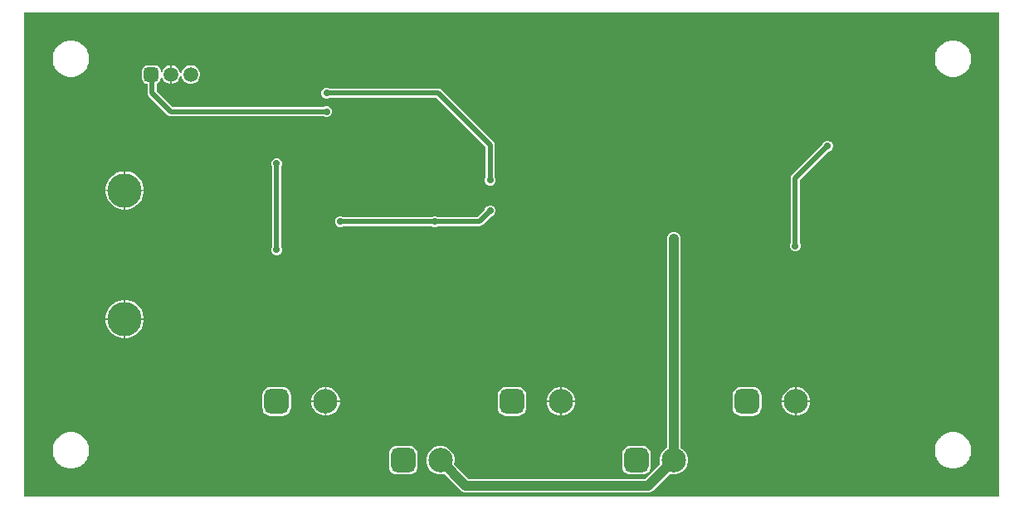
<source format=gbl>
G04*
G04 #@! TF.GenerationSoftware,Altium Limited,Altium Designer,23.4.1 (23)*
G04*
G04 Layer_Physical_Order=2*
G04 Layer_Color=16711680*
%FSLAX44Y44*%
%MOMM*%
G71*
G04*
G04 #@! TF.SameCoordinates,36EB4F1C-18F9-40B5-A6F6-03420B47F260*
G04*
G04*
G04 #@! TF.FilePolarity,Positive*
G04*
G01*
G75*
%ADD48C,0.5000*%
%ADD49C,1.0000*%
G04:AMPARAMS|DCode=50|XSize=1.5mm|YSize=1.5mm|CornerRadius=0.375mm|HoleSize=0mm|Usage=FLASHONLY|Rotation=180.000|XOffset=0mm|YOffset=0mm|HoleType=Round|Shape=RoundedRectangle|*
%AMROUNDEDRECTD50*
21,1,1.5000,0.7500,0,0,180.0*
21,1,0.7500,1.5000,0,0,180.0*
1,1,0.7500,-0.3750,0.3750*
1,1,0.7500,0.3750,0.3750*
1,1,0.7500,0.3750,-0.3750*
1,1,0.7500,-0.3750,-0.3750*
%
%ADD50ROUNDEDRECTD50*%
%ADD51C,1.5000*%
G04:AMPARAMS|DCode=52|XSize=2.5mm|YSize=2.5mm|CornerRadius=0.625mm|HoleSize=0mm|Usage=FLASHONLY|Rotation=90.000|XOffset=0mm|YOffset=0mm|HoleType=Round|Shape=RoundedRectangle|*
%AMROUNDEDRECTD52*
21,1,2.5000,1.2500,0,0,90.0*
21,1,1.2500,2.5000,0,0,90.0*
1,1,1.2500,0.6250,0.6250*
1,1,1.2500,0.6250,-0.6250*
1,1,1.2500,-0.6250,-0.6250*
1,1,1.2500,-0.6250,0.6250*
%
%ADD52ROUNDEDRECTD52*%
%ADD53C,2.5000*%
%ADD54C,3.5000*%
%ADD55C,0.7000*%
G36*
X997515Y2612D02*
X2612D01*
Y497515D01*
X997515D01*
Y2612D01*
D02*
G37*
%LPC*%
G36*
X173401Y443500D02*
X170899D01*
X168483Y442853D01*
X166317Y441602D01*
X164548Y439833D01*
X163297Y437667D01*
X162807Y435838D01*
X161493D01*
X161003Y437667D01*
X159752Y439833D01*
X157983Y441602D01*
X155817Y442853D01*
X153401Y443500D01*
X152900D01*
Y434000D01*
Y424500D01*
X153401D01*
X155817Y425147D01*
X157983Y426398D01*
X159752Y428167D01*
X161003Y430333D01*
X161493Y432162D01*
X162807D01*
X163297Y430333D01*
X164548Y428167D01*
X166317Y426398D01*
X168483Y425147D01*
X170899Y424500D01*
X173401D01*
X175817Y425147D01*
X177983Y426398D01*
X179752Y428167D01*
X181003Y430333D01*
X181650Y432749D01*
Y435251D01*
X181003Y437667D01*
X179752Y439833D01*
X177983Y441602D01*
X175817Y442853D01*
X173401Y443500D01*
D02*
G37*
G36*
X951639Y468613D02*
X948488D01*
X948241Y468563D01*
X947990D01*
X944899Y467949D01*
X944667Y467853D01*
X944421Y467804D01*
X941509Y466597D01*
X941301Y466458D01*
X941068Y466362D01*
X938448Y464611D01*
X938270Y464433D01*
X938062Y464294D01*
X935833Y462065D01*
X935694Y461856D01*
X935516Y461679D01*
X933765Y459058D01*
X933669Y458826D01*
X933530Y458618D01*
X932323Y455706D01*
X932274Y455460D01*
X932178Y455228D01*
X931563Y452137D01*
Y451886D01*
X931515Y451639D01*
Y448488D01*
X931563Y448241D01*
Y447990D01*
X932178Y444899D01*
X932274Y444667D01*
X932323Y444421D01*
X933530Y441509D01*
X933669Y441301D01*
X933765Y441068D01*
X935516Y438448D01*
X935694Y438270D01*
X935833Y438062D01*
X938062Y435833D01*
X938270Y435694D01*
X938448Y435516D01*
X941068Y433765D01*
X941301Y433669D01*
X941509Y433530D01*
X944421Y432323D01*
X944667Y432274D01*
X944899Y432178D01*
X947990Y431563D01*
X948241D01*
X948488Y431515D01*
X951639D01*
X951886Y431563D01*
X952137D01*
X955228Y432178D01*
X955460Y432274D01*
X955706Y432323D01*
X958618Y433530D01*
X958827Y433669D01*
X959058Y433765D01*
X961679Y435516D01*
X961857Y435694D01*
X962065Y435833D01*
X964294Y438062D01*
X964433Y438270D01*
X964611Y438448D01*
X966362Y441068D01*
X966458Y441301D01*
X966597Y441509D01*
X967803Y444421D01*
X967852Y444667D01*
X967949Y444899D01*
X968564Y447990D01*
Y448242D01*
X968612Y448488D01*
Y451639D01*
X968564Y451885D01*
Y452137D01*
X967949Y455228D01*
X967852Y455460D01*
X967803Y455706D01*
X966597Y458618D01*
X966458Y458826D01*
X966362Y459058D01*
X964611Y461679D01*
X964433Y461857D01*
X964294Y462065D01*
X962065Y464294D01*
X961857Y464433D01*
X961679Y464611D01*
X959058Y466362D01*
X958826Y466458D01*
X958618Y466597D01*
X955706Y467804D01*
X955460Y467853D01*
X955228Y467949D01*
X952137Y468563D01*
X951886D01*
X951639Y468613D01*
D02*
G37*
G36*
X51639D02*
X48488D01*
X48242Y468563D01*
X47990D01*
X44899Y467949D01*
X44667Y467853D01*
X44421Y467804D01*
X41509Y466597D01*
X41301Y466458D01*
X41069Y466362D01*
X38448Y464611D01*
X38270Y464433D01*
X38062Y464294D01*
X35833Y462065D01*
X35694Y461856D01*
X35516Y461679D01*
X33765Y459058D01*
X33669Y458826D01*
X33530Y458618D01*
X32323Y455706D01*
X32274Y455460D01*
X32178Y455228D01*
X31563Y452137D01*
Y451886D01*
X31514Y451639D01*
Y448488D01*
X31563Y448241D01*
Y447990D01*
X32178Y444899D01*
X32274Y444667D01*
X32323Y444421D01*
X33530Y441509D01*
X33669Y441301D01*
X33765Y441068D01*
X35516Y438448D01*
X35694Y438270D01*
X35833Y438062D01*
X38062Y435833D01*
X38270Y435694D01*
X38448Y435516D01*
X41069Y433765D01*
X41301Y433669D01*
X41509Y433530D01*
X44421Y432323D01*
X44667Y432274D01*
X44899Y432178D01*
X47990Y431563D01*
X48241D01*
X48488Y431515D01*
X51639D01*
X51886Y431563D01*
X52137D01*
X55228Y432178D01*
X55460Y432274D01*
X55706Y432323D01*
X58618Y433530D01*
X58826Y433669D01*
X59058Y433765D01*
X61679Y435516D01*
X61857Y435694D01*
X62065Y435833D01*
X64294Y438062D01*
X64433Y438270D01*
X64611Y438448D01*
X66362Y441068D01*
X66458Y441301D01*
X66597Y441509D01*
X67804Y444421D01*
X67853Y444667D01*
X67949Y444899D01*
X68563Y447990D01*
Y448242D01*
X68612Y448488D01*
Y451639D01*
X68563Y451885D01*
Y452137D01*
X67949Y455228D01*
X67853Y455460D01*
X67804Y455706D01*
X66597Y458618D01*
X66458Y458826D01*
X66362Y459058D01*
X64611Y461679D01*
X64433Y461857D01*
X64294Y462065D01*
X62065Y464294D01*
X61856Y464433D01*
X61679Y464611D01*
X59058Y466362D01*
X58826Y466458D01*
X58618Y466597D01*
X55706Y467804D01*
X55460Y467853D01*
X55228Y467949D01*
X52137Y468563D01*
X51885D01*
X51639Y468613D01*
D02*
G37*
G36*
X135900Y443613D02*
X128400D01*
X126157Y443166D01*
X124255Y441895D01*
X122984Y439994D01*
X122537Y437750D01*
Y430250D01*
X122984Y428007D01*
X124255Y426105D01*
X126157Y424834D01*
X128312Y424405D01*
Y415100D01*
X128661Y413344D01*
X129656Y411856D01*
X148756Y392756D01*
X150244Y391761D01*
X152000Y391412D01*
X307810D01*
X307885Y391337D01*
X309906Y390500D01*
X312094D01*
X314116Y391337D01*
X315663Y392884D01*
X316500Y394906D01*
Y397094D01*
X315663Y399115D01*
X314116Y400663D01*
X312094Y401500D01*
X309906D01*
X307885Y400663D01*
X307810Y400588D01*
X153900D01*
X137488Y417001D01*
Y424703D01*
X138144Y424834D01*
X140045Y426105D01*
X141316Y428007D01*
X141763Y430250D01*
Y431154D01*
X143033Y431321D01*
X143297Y430333D01*
X144548Y428167D01*
X146317Y426398D01*
X148483Y425147D01*
X150899Y424500D01*
X151400D01*
Y434000D01*
Y443500D01*
X150899D01*
X148483Y442853D01*
X146317Y441602D01*
X144548Y439833D01*
X143297Y437667D01*
X143033Y436679D01*
X141763Y436846D01*
Y437750D01*
X141316Y439994D01*
X140045Y441895D01*
X138144Y443166D01*
X135900Y443613D01*
D02*
G37*
G36*
X312094Y420500D02*
X309906D01*
X307885Y419663D01*
X306337Y418116D01*
X305500Y416094D01*
Y413906D01*
X306337Y411884D01*
X307885Y410337D01*
X309906Y409500D01*
X312094D01*
X314116Y410337D01*
X314190Y410412D01*
X423100D01*
X473412Y360099D01*
Y329190D01*
X473337Y329115D01*
X472500Y327094D01*
Y324906D01*
X473337Y322884D01*
X474884Y321337D01*
X476906Y320500D01*
X479094D01*
X481115Y321337D01*
X482663Y322884D01*
X483500Y324906D01*
Y327094D01*
X482663Y329115D01*
X482588Y329190D01*
Y362000D01*
X482239Y363756D01*
X481244Y365244D01*
X481244Y365244D01*
X428244Y418244D01*
X426756Y419239D01*
X425000Y419588D01*
X314190D01*
X314116Y419663D01*
X312094Y420500D01*
D02*
G37*
G36*
X106921Y335200D02*
X105750D01*
Y316450D01*
X124500D01*
Y317621D01*
X123751Y321388D01*
X122281Y324937D01*
X120147Y328130D01*
X117430Y330847D01*
X114237Y332981D01*
X110688Y334451D01*
X106921Y335200D01*
D02*
G37*
G36*
X104250D02*
X103079D01*
X99312Y334451D01*
X95763Y332981D01*
X92570Y330847D01*
X89853Y328130D01*
X87719Y324937D01*
X86249Y321388D01*
X85500Y317621D01*
Y316450D01*
X104250D01*
Y335200D01*
D02*
G37*
G36*
X124500Y314950D02*
X105750D01*
Y296200D01*
X106921D01*
X110688Y296949D01*
X114237Y298419D01*
X117430Y300553D01*
X120147Y303270D01*
X122281Y306463D01*
X123751Y310012D01*
X124500Y313779D01*
Y314950D01*
D02*
G37*
G36*
X104250D02*
X85500D01*
Y313779D01*
X86249Y310012D01*
X87719Y306463D01*
X89853Y303270D01*
X92570Y300553D01*
X95763Y298419D01*
X99312Y296949D01*
X103079Y296200D01*
X104250D01*
Y314950D01*
D02*
G37*
G36*
X479094Y300500D02*
X476906D01*
X474884Y299663D01*
X473337Y298116D01*
X472500Y296094D01*
Y295989D01*
X465005Y288494D01*
X424690D01*
X424616Y288569D01*
X422594Y289406D01*
X420406D01*
X418385Y288569D01*
X418310Y288494D01*
X328284D01*
X328116Y288663D01*
X326094Y289500D01*
X323906D01*
X321884Y288663D01*
X320337Y287115D01*
X319500Y285094D01*
Y282906D01*
X320337Y280884D01*
X321884Y279337D01*
X323906Y278500D01*
X326094D01*
X328068Y279318D01*
X418310D01*
X418385Y279243D01*
X420406Y278406D01*
X422594D01*
X424616Y279243D01*
X424690Y279318D01*
X466906D01*
X468662Y279667D01*
X470150Y280662D01*
X478989Y289500D01*
X479094D01*
X481115Y290337D01*
X482663Y291884D01*
X483500Y293906D01*
Y296094D01*
X482663Y298116D01*
X481115Y299663D01*
X479094Y300500D01*
D02*
G37*
G36*
X823094Y366500D02*
X820906D01*
X818885Y365663D01*
X817337Y364115D01*
X816500Y362094D01*
Y361989D01*
X785756Y331244D01*
X784761Y329756D01*
X784412Y328000D01*
Y262190D01*
X784337Y262115D01*
X783500Y260094D01*
Y257906D01*
X784337Y255884D01*
X785884Y254337D01*
X787906Y253500D01*
X790094D01*
X792115Y254337D01*
X793663Y255884D01*
X794500Y257906D01*
Y260094D01*
X793663Y262115D01*
X793588Y262190D01*
Y326100D01*
X822989Y355500D01*
X823094D01*
X825116Y356337D01*
X826663Y357884D01*
X827500Y359906D01*
Y362094D01*
X826663Y364115D01*
X825116Y365663D01*
X823094Y366500D01*
D02*
G37*
G36*
X261094Y348500D02*
X258906D01*
X256884Y347663D01*
X255337Y346115D01*
X254500Y344094D01*
Y341906D01*
X255337Y339884D01*
X255412Y339810D01*
Y258190D01*
X255337Y258116D01*
X254500Y256094D01*
Y253906D01*
X255337Y251884D01*
X256884Y250337D01*
X258906Y249500D01*
X261094D01*
X263116Y250337D01*
X264663Y251884D01*
X265500Y253906D01*
Y256094D01*
X264663Y258116D01*
X264588Y258190D01*
Y339810D01*
X264663Y339884D01*
X265500Y341906D01*
Y344094D01*
X264663Y346115D01*
X263116Y347663D01*
X261094Y348500D01*
D02*
G37*
G36*
X106921Y203800D02*
X105750D01*
Y185050D01*
X124500D01*
Y186221D01*
X123751Y189988D01*
X122281Y193537D01*
X120147Y196730D01*
X117430Y199447D01*
X114237Y201581D01*
X110688Y203051D01*
X106921Y203800D01*
D02*
G37*
G36*
X104250D02*
X103079D01*
X99312Y203051D01*
X95763Y201581D01*
X92570Y199447D01*
X89853Y196730D01*
X87719Y193537D01*
X86249Y189988D01*
X85500Y186221D01*
Y185050D01*
X104250D01*
Y203800D01*
D02*
G37*
G36*
X124500Y183550D02*
X105750D01*
Y164800D01*
X106921D01*
X110688Y165549D01*
X114237Y167019D01*
X117430Y169153D01*
X120147Y171870D01*
X122281Y175063D01*
X123751Y178612D01*
X124500Y182379D01*
Y183550D01*
D02*
G37*
G36*
X104250D02*
X85500D01*
Y182379D01*
X86249Y178612D01*
X87719Y175063D01*
X89853Y171870D01*
X92570Y169153D01*
X95763Y167019D01*
X99312Y165549D01*
X103079Y164800D01*
X104250D01*
Y183550D01*
D02*
G37*
G36*
X791909Y114501D02*
X790750D01*
Y100751D01*
X804500D01*
Y101910D01*
X803512Y105598D01*
X801603Y108904D01*
X798903Y111604D01*
X795597Y113513D01*
X791909Y114501D01*
D02*
G37*
G36*
X789250D02*
X788091D01*
X784403Y113513D01*
X781097Y111604D01*
X778397Y108904D01*
X776488Y105598D01*
X775500Y101910D01*
Y100751D01*
X789250D01*
Y114501D01*
D02*
G37*
G36*
X551909D02*
X550750D01*
Y100751D01*
X564500D01*
Y101910D01*
X563512Y105598D01*
X561603Y108904D01*
X558903Y111604D01*
X555597Y113513D01*
X551909Y114501D01*
D02*
G37*
G36*
X549250D02*
X548091D01*
X544403Y113513D01*
X541097Y111604D01*
X538397Y108904D01*
X536488Y105598D01*
X535500Y101910D01*
Y100751D01*
X549250D01*
Y114501D01*
D02*
G37*
G36*
X311909Y114500D02*
X310750D01*
Y100750D01*
X324500D01*
Y101909D01*
X323512Y105597D01*
X321603Y108903D01*
X318903Y111603D01*
X315597Y113512D01*
X311909Y114500D01*
D02*
G37*
G36*
X309250D02*
X308091D01*
X304403Y113512D01*
X301097Y111603D01*
X298397Y108903D01*
X296488Y105597D01*
X295500Y101909D01*
Y100750D01*
X309250D01*
Y114500D01*
D02*
G37*
G36*
X804500Y99251D02*
X790750D01*
Y85501D01*
X791909D01*
X795597Y86489D01*
X798903Y88398D01*
X801603Y91098D01*
X803512Y94404D01*
X804500Y98092D01*
Y99251D01*
D02*
G37*
G36*
X789250D02*
X775500D01*
Y98092D01*
X776488Y94404D01*
X778397Y91098D01*
X781097Y88398D01*
X784403Y86489D01*
X788091Y85501D01*
X789250D01*
Y99251D01*
D02*
G37*
G36*
X564500Y99251D02*
X550750D01*
Y85501D01*
X551909D01*
X555597Y86489D01*
X558903Y88398D01*
X561603Y91098D01*
X563512Y94404D01*
X564500Y98092D01*
Y99251D01*
D02*
G37*
G36*
X549250D02*
X535500D01*
Y98092D01*
X536488Y94404D01*
X538397Y91098D01*
X541097Y88398D01*
X544403Y86489D01*
X548091Y85501D01*
X549250D01*
Y99251D01*
D02*
G37*
G36*
X324500Y99250D02*
X310750D01*
Y85500D01*
X311909D01*
X315597Y86488D01*
X318903Y88397D01*
X321603Y91097D01*
X323512Y94403D01*
X324500Y98091D01*
Y99250D01*
D02*
G37*
G36*
X309250D02*
X295500D01*
Y98091D01*
X296488Y94403D01*
X298397Y91097D01*
X301097Y88397D01*
X304403Y86488D01*
X308091Y85500D01*
X309250D01*
Y99250D01*
D02*
G37*
G36*
X746250Y114572D02*
X733750D01*
X731596Y114289D01*
X729589Y113457D01*
X727866Y112135D01*
X726544Y110412D01*
X725712Y108405D01*
X725429Y106251D01*
Y93751D01*
X725712Y91597D01*
X726544Y89590D01*
X727866Y87867D01*
X729589Y86545D01*
X731596Y85713D01*
X733750Y85430D01*
X746250D01*
X748404Y85713D01*
X750411Y86545D01*
X752134Y87867D01*
X753456Y89590D01*
X754288Y91597D01*
X754571Y93751D01*
Y106251D01*
X754288Y108405D01*
X753456Y110412D01*
X752134Y112135D01*
X750411Y113457D01*
X748404Y114289D01*
X746250Y114572D01*
D02*
G37*
G36*
X506250D02*
X493750D01*
X491596Y114289D01*
X489589Y113457D01*
X487866Y112135D01*
X486544Y110412D01*
X485712Y108405D01*
X485429Y106251D01*
Y93751D01*
X485712Y91597D01*
X486544Y89590D01*
X487866Y87867D01*
X489589Y86545D01*
X491596Y85713D01*
X493750Y85430D01*
X506250D01*
X508404Y85713D01*
X510411Y86545D01*
X512134Y87867D01*
X513456Y89590D01*
X514288Y91597D01*
X514571Y93751D01*
Y106251D01*
X514288Y108405D01*
X513456Y110412D01*
X512134Y112135D01*
X510411Y113457D01*
X508404Y114289D01*
X506250Y114572D01*
D02*
G37*
G36*
X266250Y114571D02*
X253750D01*
X251596Y114288D01*
X249589Y113456D01*
X247866Y112134D01*
X246544Y110411D01*
X245712Y108404D01*
X245429Y106250D01*
Y93750D01*
X245712Y91596D01*
X246544Y89589D01*
X247866Y87866D01*
X249589Y86544D01*
X251596Y85712D01*
X253750Y85429D01*
X266250D01*
X268404Y85712D01*
X270411Y86544D01*
X272134Y87866D01*
X273456Y89589D01*
X274288Y91596D01*
X274571Y93750D01*
Y106250D01*
X274288Y108404D01*
X273456Y110411D01*
X272134Y112134D01*
X270411Y113456D01*
X268404Y114288D01*
X266250Y114571D01*
D02*
G37*
G36*
X951639Y68612D02*
X948488D01*
X948241Y68563D01*
X947990D01*
X944899Y67949D01*
X944667Y67853D01*
X944421Y67804D01*
X941509Y66597D01*
X941301Y66458D01*
X941068Y66362D01*
X938448Y64611D01*
X938270Y64433D01*
X938062Y64294D01*
X935833Y62065D01*
X935694Y61856D01*
X935516Y61679D01*
X933765Y59058D01*
X933669Y58826D01*
X933530Y58618D01*
X932323Y55706D01*
X932274Y55460D01*
X932178Y55228D01*
X931563Y52137D01*
Y51886D01*
X931515Y51639D01*
Y48488D01*
X931563Y48241D01*
Y47990D01*
X932178Y44899D01*
X932274Y44667D01*
X932323Y44421D01*
X933530Y41509D01*
X933669Y41301D01*
X933765Y41069D01*
X935516Y38448D01*
X935694Y38270D01*
X935833Y38062D01*
X938062Y35833D01*
X938270Y35694D01*
X938448Y35516D01*
X941068Y33765D01*
X941301Y33669D01*
X941509Y33530D01*
X944421Y32323D01*
X944667Y32274D01*
X944899Y32178D01*
X947990Y31563D01*
X948241D01*
X948488Y31514D01*
X951639D01*
X951886Y31563D01*
X952137D01*
X955228Y32178D01*
X955460Y32274D01*
X955706Y32323D01*
X958618Y33530D01*
X958827Y33669D01*
X959058Y33765D01*
X961679Y35516D01*
X961857Y35694D01*
X962065Y35833D01*
X964294Y38062D01*
X964433Y38270D01*
X964611Y38448D01*
X966362Y41069D01*
X966458Y41301D01*
X966597Y41509D01*
X967803Y44421D01*
X967852Y44667D01*
X967949Y44899D01*
X968564Y47990D01*
Y48242D01*
X968612Y48488D01*
Y51639D01*
X968564Y51885D01*
Y52137D01*
X967949Y55228D01*
X967852Y55460D01*
X967803Y55706D01*
X966597Y58618D01*
X966458Y58826D01*
X966362Y59058D01*
X964611Y61679D01*
X964433Y61857D01*
X964294Y62065D01*
X962065Y64294D01*
X961857Y64433D01*
X961679Y64611D01*
X959058Y66362D01*
X958826Y66458D01*
X958618Y66597D01*
X955706Y67804D01*
X955460Y67853D01*
X955228Y67949D01*
X952137Y68563D01*
X951886D01*
X951639Y68612D01*
D02*
G37*
G36*
X51639D02*
X48488D01*
X48242Y68563D01*
X47990D01*
X44899Y67949D01*
X44667Y67853D01*
X44421Y67804D01*
X41509Y66597D01*
X41301Y66458D01*
X41069Y66362D01*
X38448Y64611D01*
X38270Y64433D01*
X38062Y64294D01*
X35833Y62065D01*
X35694Y61856D01*
X35516Y61679D01*
X33765Y59058D01*
X33669Y58826D01*
X33530Y58618D01*
X32323Y55706D01*
X32274Y55460D01*
X32178Y55228D01*
X31563Y52137D01*
Y51886D01*
X31514Y51639D01*
Y48488D01*
X31563Y48241D01*
Y47990D01*
X32178Y44899D01*
X32274Y44667D01*
X32323Y44421D01*
X33530Y41509D01*
X33669Y41301D01*
X33765Y41069D01*
X35516Y38448D01*
X35694Y38270D01*
X35833Y38062D01*
X38062Y35833D01*
X38270Y35694D01*
X38448Y35516D01*
X41069Y33765D01*
X41301Y33669D01*
X41509Y33530D01*
X44421Y32323D01*
X44667Y32274D01*
X44899Y32178D01*
X47990Y31563D01*
X48241D01*
X48488Y31514D01*
X51639D01*
X51886Y31563D01*
X52137D01*
X55228Y32178D01*
X55460Y32274D01*
X55706Y32323D01*
X58618Y33530D01*
X58826Y33669D01*
X59058Y33765D01*
X61679Y35516D01*
X61857Y35694D01*
X62065Y35833D01*
X64294Y38062D01*
X64433Y38270D01*
X64611Y38448D01*
X66362Y41069D01*
X66458Y41301D01*
X66597Y41509D01*
X67804Y44421D01*
X67853Y44667D01*
X67949Y44899D01*
X68563Y47990D01*
Y48242D01*
X68612Y48488D01*
Y51639D01*
X68563Y51885D01*
Y52137D01*
X67949Y55228D01*
X67853Y55460D01*
X67804Y55706D01*
X66597Y58618D01*
X66458Y58826D01*
X66362Y59058D01*
X64611Y61679D01*
X64433Y61857D01*
X64294Y62065D01*
X62065Y64294D01*
X61856Y64433D01*
X61679Y64611D01*
X59058Y66362D01*
X58826Y66458D01*
X58618Y66597D01*
X55706Y67804D01*
X55460Y67853D01*
X55228Y67949D01*
X52137Y68563D01*
X51885D01*
X51639Y68612D01*
D02*
G37*
G36*
X633250Y54571D02*
X620750D01*
X618596Y54288D01*
X616589Y53456D01*
X614866Y52134D01*
X613544Y50411D01*
X612712Y48404D01*
X612429Y46250D01*
Y33750D01*
X612712Y31596D01*
X613544Y29589D01*
X614866Y27866D01*
X616589Y26544D01*
X618596Y25712D01*
X620750Y25429D01*
X633250D01*
X635404Y25712D01*
X637411Y26544D01*
X639134Y27866D01*
X640456Y29589D01*
X641288Y31596D01*
X641571Y33750D01*
Y46250D01*
X641288Y48404D01*
X640456Y50411D01*
X639134Y52134D01*
X637411Y53456D01*
X635404Y54288D01*
X633250Y54571D01*
D02*
G37*
G36*
X395250D02*
X382750D01*
X380596Y54288D01*
X378589Y53456D01*
X376866Y52134D01*
X375544Y50411D01*
X374712Y48404D01*
X374429Y46250D01*
Y33750D01*
X374712Y31596D01*
X375544Y29589D01*
X376866Y27866D01*
X378589Y26544D01*
X380596Y25712D01*
X382750Y25429D01*
X395250D01*
X397404Y25712D01*
X399411Y26544D01*
X401134Y27866D01*
X402456Y29589D01*
X403288Y31596D01*
X403571Y33750D01*
Y46250D01*
X403288Y48404D01*
X402456Y50411D01*
X401134Y52134D01*
X399411Y53456D01*
X397404Y54288D01*
X395250Y54571D01*
D02*
G37*
G36*
X665100Y273060D02*
X663273Y272820D01*
X661570Y272115D01*
X660107Y270992D01*
X658986Y269530D01*
X658280Y267827D01*
X658040Y266000D01*
Y52667D01*
X656197Y51603D01*
X653497Y48903D01*
X651588Y45597D01*
X650600Y41909D01*
Y38091D01*
X651151Y36036D01*
X636175Y21060D01*
X456025D01*
X441049Y36036D01*
X441600Y38091D01*
Y41909D01*
X440612Y45597D01*
X438703Y48903D01*
X436003Y51603D01*
X432697Y53512D01*
X429009Y54500D01*
X425191D01*
X421503Y53512D01*
X418197Y51603D01*
X415497Y48903D01*
X413588Y45597D01*
X412600Y41909D01*
Y38091D01*
X413588Y34403D01*
X415497Y31097D01*
X418197Y28397D01*
X421503Y26488D01*
X425191Y25500D01*
X429009D01*
X431064Y26051D01*
X448108Y9008D01*
X449570Y7886D01*
X451273Y7180D01*
X453100Y6940D01*
X639100D01*
X640927Y7180D01*
X642630Y7886D01*
X644092Y9008D01*
X661136Y26051D01*
X663191Y25500D01*
X667009D01*
X670697Y26488D01*
X674003Y28397D01*
X676703Y31097D01*
X678612Y34403D01*
X679600Y38091D01*
Y41909D01*
X678612Y45597D01*
X676703Y48903D01*
X674003Y51603D01*
X672160Y52667D01*
Y266000D01*
X671920Y267827D01*
X671215Y269530D01*
X670092Y270992D01*
X668630Y272115D01*
X666927Y272820D01*
X665100Y273060D01*
D02*
G37*
%LPD*%
D48*
X132900Y415100D02*
Y434000D01*
Y415100D02*
X152000Y396000D01*
X311000D01*
X325000Y284000D02*
X325094Y283906D01*
X421500D01*
X466906D01*
X478000Y295000D01*
X789000Y259000D02*
Y328000D01*
X822000Y361000D01*
X425000Y415000D02*
X478000Y362000D01*
Y362000D01*
Y326000D02*
Y362000D01*
X311000Y415000D02*
X425000D01*
X260000Y255000D02*
Y343000D01*
D49*
X665100Y40000D02*
Y266000D01*
X427100Y40000D02*
X453100Y14000D01*
X639100D02*
X665100Y40000D01*
X453100Y14000D02*
X639100D01*
D50*
X132150Y434000D02*
D03*
D51*
X152150D02*
D03*
X172150D02*
D03*
D52*
X389000Y40000D02*
D03*
X500000Y100001D02*
D03*
X627000Y40000D02*
D03*
X740000Y100001D02*
D03*
X260000Y100000D02*
D03*
D53*
X427100Y40000D02*
D03*
X550000Y100001D02*
D03*
X665100Y40000D02*
D03*
X790000Y100001D02*
D03*
X310000Y100000D02*
D03*
D54*
X105000Y184300D02*
D03*
Y315700D02*
D03*
D55*
X152000Y414000D02*
D03*
X196000Y429900D02*
D03*
X217000D02*
D03*
X207000Y440900D02*
D03*
X752900Y392800D02*
D03*
X836800Y186900D02*
D03*
X824000Y174100D02*
D03*
X806000Y174100D02*
D03*
X788000Y174100D02*
D03*
X771000Y174000D02*
D03*
X465000Y300000D02*
D03*
X350900Y449500D02*
D03*
X339900Y460500D02*
D03*
X280000Y465100D02*
D03*
X290000Y454100D02*
D03*
X269000D02*
D03*
X455000Y266000D02*
D03*
X544000Y296000D02*
D03*
X531000Y284000D02*
D03*
X766300Y241500D02*
D03*
X780000Y233000D02*
D03*
X780000Y250000D02*
D03*
X833800Y274000D02*
D03*
X819800Y263000D02*
D03*
X820000Y285000D02*
D03*
X375000Y431000D02*
D03*
X325000Y284000D02*
D03*
X324000Y300000D02*
D03*
X419000Y351000D02*
D03*
X407000Y364000D02*
D03*
X345000Y300000D02*
D03*
X335000Y311000D02*
D03*
X339000Y351000D02*
D03*
X351000Y364000D02*
D03*
X421500Y283906D02*
D03*
X142500Y227500D02*
D03*
X142000Y203000D02*
D03*
X121000Y215000D02*
D03*
X163000D02*
D03*
X251000Y299000D02*
D03*
X271000D02*
D03*
X665000Y266000D02*
D03*
Y257000D02*
D03*
Y248000D02*
D03*
X820000Y307000D02*
D03*
X834000Y296000D02*
D03*
X812500Y333000D02*
D03*
X781000Y334000D02*
D03*
X800000Y360000D02*
D03*
X738000Y368000D02*
D03*
X716000Y356000D02*
D03*
Y380000D02*
D03*
X822000Y361000D02*
D03*
X789000Y259000D02*
D03*
X478000Y326000D02*
D03*
X311000Y415000D02*
D03*
Y396000D02*
D03*
X228000Y384000D02*
D03*
X260000Y343000D02*
D03*
Y255000D02*
D03*
X478000Y295000D02*
D03*
M02*

</source>
